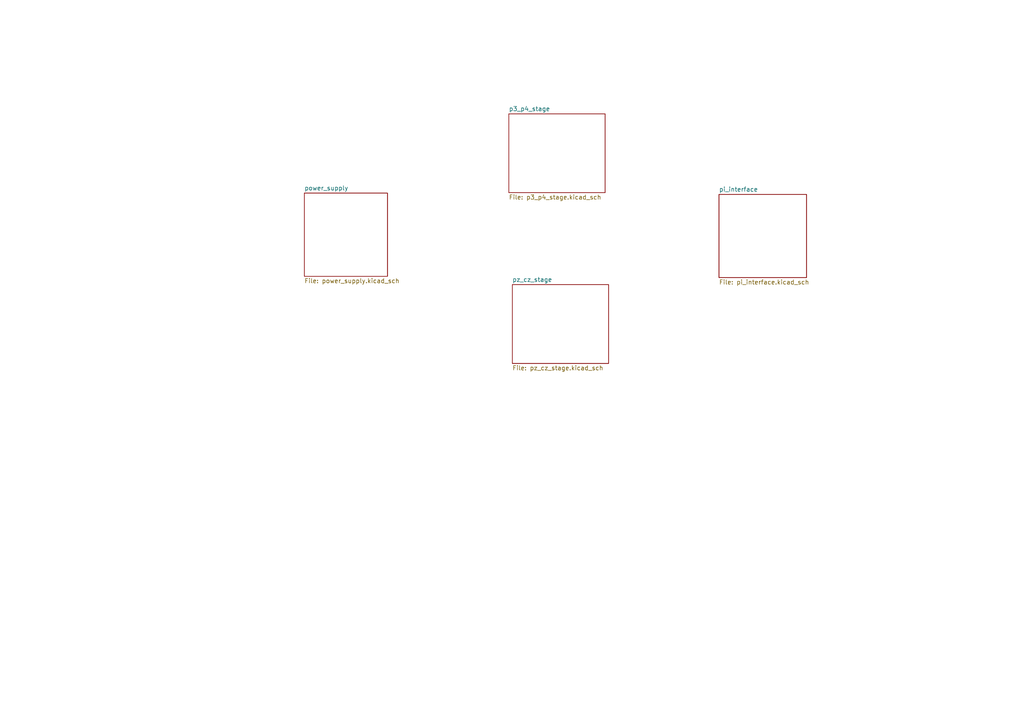
<source format=kicad_sch>
(kicad_sch
	(version 20250114)
	(generator "eeschema")
	(generator_version "9.0")
	(uuid "e0206a0b-7d8e-40c9-8e1a-6f0a40f99327")
	(paper "A4")
	(lib_symbols)
	(sheet
		(at 148.59 82.55)
		(size 27.94 22.86)
		(exclude_from_sim no)
		(in_bom yes)
		(on_board yes)
		(dnp no)
		(fields_autoplaced yes)
		(stroke
			(width 0.1524)
			(type solid)
		)
		(fill
			(color 0 0 0 0.0000)
		)
		(uuid "04a01f42-e26c-4f7c-afff-25cc8421631b")
		(property "Sheetname" "pz_cz_stage"
			(at 148.59 81.8384 0)
			(effects
				(font
					(size 1.27 1.27)
				)
				(justify left bottom)
			)
		)
		(property "Sheetfile" "pz_cz_stage.kicad_sch"
			(at 148.59 105.9946 0)
			(effects
				(font
					(size 1.27 1.27)
				)
				(justify left top)
			)
		)
		(instances
			(project "KiCadNFB"
				(path "/e0206a0b-7d8e-40c9-8e1a-6f0a40f99327"
					(page "3")
				)
			)
		)
	)
	(sheet
		(at 208.534 56.388)
		(size 25.4 24.13)
		(exclude_from_sim no)
		(in_bom yes)
		(on_board yes)
		(dnp no)
		(fields_autoplaced yes)
		(stroke
			(width 0.1524)
			(type solid)
		)
		(fill
			(color 0 0 0 0.0000)
		)
		(uuid "411559ef-7b18-4d57-a43b-1427f2066620")
		(property "Sheetname" "pi_interface"
			(at 208.534 55.6764 0)
			(effects
				(font
					(size 1.27 1.27)
				)
				(justify left bottom)
			)
		)
		(property "Sheetfile" "pi_interface.kicad_sch"
			(at 208.534 81.1026 0)
			(effects
				(font
					(size 1.27 1.27)
				)
				(justify left top)
			)
		)
		(instances
			(project "KiCadNFB"
				(path "/e0206a0b-7d8e-40c9-8e1a-6f0a40f99327"
					(page "5")
				)
			)
		)
	)
	(sheet
		(at 147.574 33.02)
		(size 27.94 22.86)
		(exclude_from_sim no)
		(in_bom yes)
		(on_board yes)
		(dnp no)
		(fields_autoplaced yes)
		(stroke
			(width 0.1524)
			(type solid)
		)
		(fill
			(color 0 0 0 0.0000)
		)
		(uuid "a4dfc3ad-9a03-4571-9238-68fe34b6a98f")
		(property "Sheetname" "p3_p4_stage"
			(at 147.574 32.3084 0)
			(effects
				(font
					(size 1.27 1.27)
				)
				(justify left bottom)
			)
		)
		(property "Sheetfile" "p3_p4_stage.kicad_sch"
			(at 147.574 56.4646 0)
			(effects
				(font
					(size 1.27 1.27)
				)
				(justify left top)
			)
		)
		(instances
			(project "KiCadNFB"
				(path "/e0206a0b-7d8e-40c9-8e1a-6f0a40f99327"
					(page "4")
				)
			)
		)
	)
	(sheet
		(at 88.265 56.007)
		(size 24.13 24.13)
		(exclude_from_sim no)
		(in_bom yes)
		(on_board yes)
		(dnp no)
		(fields_autoplaced yes)
		(stroke
			(width 0.1524)
			(type solid)
		)
		(fill
			(color 0 0 0 0.0000)
		)
		(uuid "f4f7546c-d0fb-4470-8833-a3b6c72a962e")
		(property "Sheetname" "power_supply"
			(at 88.265 55.2954 0)
			(effects
				(font
					(size 1.27 1.27)
				)
				(justify left bottom)
			)
		)
		(property "Sheetfile" "power_supply.kicad_sch"
			(at 88.265 80.7216 0)
			(effects
				(font
					(size 1.27 1.27)
				)
				(justify left top)
			)
		)
		(instances
			(project "KiCadNFB"
				(path "/e0206a0b-7d8e-40c9-8e1a-6f0a40f99327"
					(page "2")
				)
			)
		)
	)
	(sheet_instances
		(path "/"
			(page "1")
		)
	)
	(embedded_fonts no)
)

</source>
